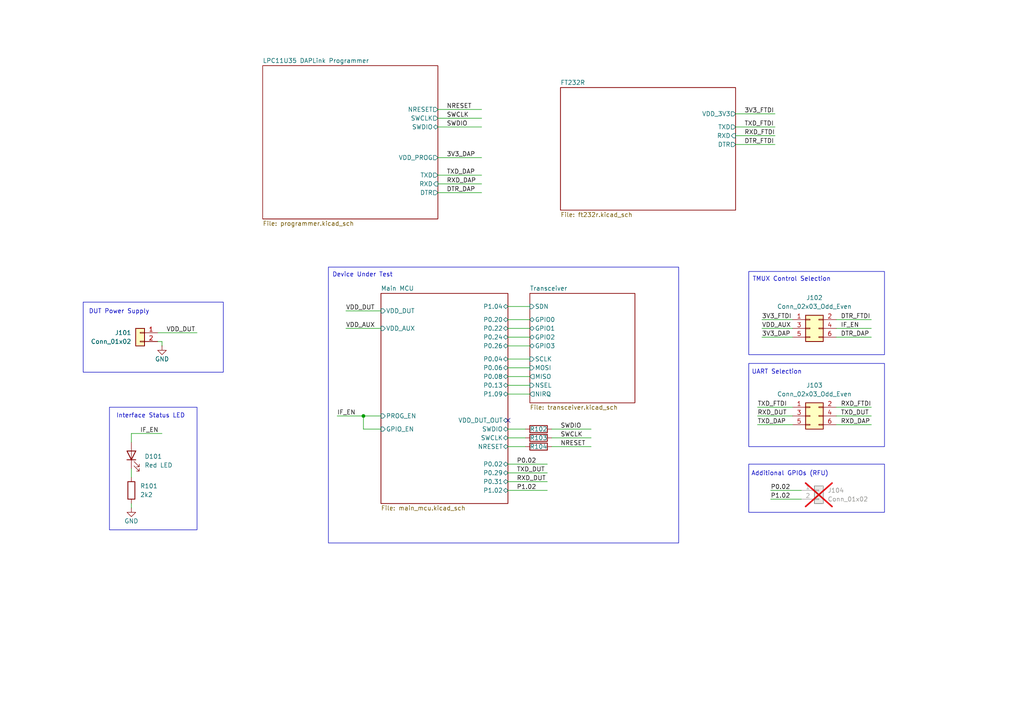
<source format=kicad_sch>
(kicad_sch (version 20231120) (generator "eeschema") (generator_version "8.0")
  (paper "A4")
  (title_block (title "Wake-on-Radio Development Kit") (rev "0.1.0"))
  (lib_symbols
    (symbol "Connector_Generic:Conn_01x02" (pin_names (offset 1.016) hide)
      (property "Reference" "J" (at 0 2.54 0))
      (property "Value" "Conn_01x02" (at 0 -5.08 0))
      (symbol "Conn_01x02_1_1"
        (rectangle (start -1.27 -2.413) (end 0 -2.667) (stroke (width 0.1524)))
        (rectangle (start -1.27 0.127) (end 0 -0.127) (stroke (width 0.1524)))
        (rectangle (start -1.27 1.27) (end 1.27 -3.81) (stroke (width 0.254)) (fill (type background)))
        (pin passive line (at -5.08 0 0) (length 3.81) (name "Pin_1") (number "1"))
        (pin passive line (at -5.08 -2.54 0) (length 3.81) (name "Pin_2") (number "2"))
      )
    )
    (symbol "Connector_Generic:Conn_02x03_Odd_Even" (pin_names (offset 1.016) hide)
      (property "Reference" "J" (at 1.27 5.08 0))
      (property "Value" "Conn_02x03_Odd_Even" (at 1.27 -5.08 0))
      (symbol "Conn_02x03_Odd_Even_1_1"
        (rectangle (start -1.27 -2.413) (end 0 -2.667) (stroke (width 0.1524)))
        (rectangle (start -1.27 0.127) (end 0 -0.127) (stroke (width 0.1524)))
        (rectangle (start -1.27 2.667) (end 0 2.413) (stroke (width 0.1524)))
        (rectangle (start -1.27 3.81) (end 3.81 -3.81) (stroke (width 0.254)) (fill (type background)))
        (rectangle (start 3.81 -2.413) (end 2.54 -2.667) (stroke (width 0.1524)))
        (rectangle (start 3.81 0.127) (end 2.54 -0.127) (stroke (width 0.1524)))
        (rectangle (start 3.81 2.667) (end 2.54 2.413) (stroke (width 0.1524)))
        (pin passive line (at -5.08 2.54 0) (length 3.81) (name "Pin_1") (number "1"))
        (pin passive line (at 7.62 2.54 180) (length 3.81) (name "Pin_2") (number "2"))
        (pin passive line (at -5.08 0 0) (length 3.81) (name "Pin_3") (number "3"))
        (pin passive line (at 7.62 0 180) (length 3.81) (name "Pin_4") (number "4"))
        (pin passive line (at -5.08 -2.54 0) (length 3.81) (name "Pin_5") (number "5"))
        (pin passive line (at 7.62 -2.54 180) (length 3.81) (name "Pin_6") (number "6"))
      )
    )
    (symbol "Device:LED" (pin_numbers hide) (pin_names (offset 1.016) hide)
      (property "Reference" "D" (at 0 2.54 0))
      (property "Value" "LED" (at 0 -2.54 0))
      (symbol "LED_0_1"
        (polyline (pts (xy -1.27 -1.27) (xy -1.27 1.27)) (stroke (width 0.254)))
        (polyline (pts (xy -1.27 0) (xy 1.27 0)))
        (polyline (pts (xy 1.27 -1.27) (xy 1.27 1.27) (xy -1.27 0) (xy 1.27 -1.27)) (stroke (width 0.254)))
        (polyline (pts (xy -3.048 -0.762) (xy -4.572 -2.286) (xy -3.81 -2.286) (xy -4.572 -2.286) (xy -4.572 -1.524)))
        (polyline (pts (xy -1.778 -0.762) (xy -3.302 -2.286) (xy -2.54 -2.286) (xy -3.302 -2.286) (xy -3.302 -1.524)))
      )
      (symbol "LED_1_1"
        (pin passive line (at -3.81 0 0) (length 2.54) (name "K") (number "1"))
        (pin passive line (at 3.81 0 180) (length 2.54) (name "A") (number "2"))
      )
    )
    (symbol "Device:R" (pin_numbers hide) (pin_names (offset 0))
      (property "Reference" "R" (at 2.032 0 90))
      (property "Value" "R" (at 0 0 90))
      (symbol "R_0_1"
        (rectangle (start -1.016 -2.54) (end 1.016 2.54) (stroke (width 0.254)))
      )
      (symbol "R_1_1"
        (pin passive line (at 0 3.81 270) (length 1.27) (name "~") (number "1"))
        (pin passive line (at 0 -3.81 90) (length 1.27) (name "~") (number "2"))
      )
    )
    (symbol "power:GND" (power) (pin_numbers hide) (pin_names (offset 0) hide)
      (property "Value" "GND" (at 0 -3.81 0))
      (symbol "GND_0_1"
        (polyline (pts (xy 0 0) (xy 0 -1.27) (xy 1.27 -1.27) (xy 0 -2.54) (xy -1.27 -1.27) (xy 0 -1.27)))
      )
      (symbol "GND_1_1"
        (pin power_in line (at 0 0 270) (length 0) (name "~") (number "1"))
      )
    )
  )
  (junction (at 105.41 120.65))
  (no_connect (at 147.32 121.92))
  (wire (pts (xy 105.41 124.46) (xy 110.49 124.46)))
  (wire (pts (xy 105.41 120.65) (xy 105.41 124.46)))
  (wire (pts (xy 127 36.83) (xy 139.7 36.83)))
  (wire (pts (xy 147.32 142.24) (xy 158.75 142.24)))
  (wire (pts (xy 38.1 125.73) (xy 46.99 125.73)))
  (wire (pts (xy 147.32 139.7) (xy 158.75 139.7)))
  (wire (pts (xy 220.98 92.71) (xy 229.87 92.71)))
  (wire (pts (xy 219.71 120.65) (xy 229.87 120.65)))
  (wire (pts (xy 127 55.88) (xy 139.7 55.88)))
  (wire (pts (xy 147.32 114.3) (xy 153.67 114.3)))
  (wire (pts (xy 160.02 124.46) (xy 171.45 124.46)))
  (wire (pts (xy 242.57 120.65) (xy 252.73 120.65)))
  (wire (pts (xy 147.32 88.9) (xy 153.67 88.9)))
  (wire (pts (xy 38.1 128.27) (xy 38.1 125.73)))
  (wire (pts (xy 213.36 36.83) (xy 224.79 36.83)))
  (wire (pts (xy 160.02 129.54) (xy 171.45 129.54)))
  (wire (pts (xy 110.49 120.65) (xy 105.41 120.65)))
  (wire (pts (xy 100.33 95.25) (xy 110.49 95.25)))
  (wire (pts (xy 100.33 90.17) (xy 110.49 90.17)))
  (wire (pts (xy 219.71 118.11) (xy 229.87 118.11)))
  (wire (pts (xy 127 50.8) (xy 139.7 50.8)))
  (wire (pts (xy 223.52 142.24) (xy 232.41 142.24)))
  (wire (pts (xy 147.32 124.46) (xy 152.4 124.46)))
  (wire (pts (xy 242.57 95.25) (xy 252.73 95.25)))
  (wire (pts (xy 45.72 96.52) (xy 57.15 96.52)))
  (wire (pts (xy 147.32 111.76) (xy 153.67 111.76)))
  (wire (pts (xy 127 45.72) (xy 139.7 45.72)))
  (wire (pts (xy 147.32 127) (xy 152.4 127)))
  (wire (pts (xy 213.36 41.91) (xy 224.79 41.91)))
  (wire (pts (xy 219.71 123.19) (xy 229.87 123.19)))
  (wire (pts (xy 223.52 144.78) (xy 232.41 144.78)))
  (wire (pts (xy 38.1 146.05) (xy 38.1 147.32)))
  (wire (pts (xy 213.36 39.37) (xy 224.79 39.37)))
  (wire (pts (xy 147.32 129.54) (xy 152.4 129.54)))
  (wire (pts (xy 147.32 134.62) (xy 158.75 134.62)))
  (wire (pts (xy 160.02 127) (xy 171.45 127)))
  (wire (pts (xy 147.32 95.25) (xy 153.67 95.25)))
  (wire (pts (xy 46.99 99.06) (xy 46.99 100.33)))
  (wire (pts (xy 127 53.34) (xy 139.7 53.34)))
  (wire (pts (xy 147.32 100.33) (xy 153.67 100.33)))
  (wire (pts (xy 242.57 118.11) (xy 252.73 118.11)))
  (wire (pts (xy 147.32 109.22) (xy 153.67 109.22)))
  (wire (pts (xy 213.36 33.02) (xy 224.79 33.02)))
  (wire (pts (xy 147.32 137.16) (xy 158.75 137.16)))
  (wire (pts (xy 38.1 135.89) (xy 38.1 138.43)))
  (wire (pts (xy 147.32 92.71) (xy 153.67 92.71)))
  (wire (pts (xy 127 34.29) (xy 139.7 34.29)))
  (wire (pts (xy 220.98 95.25) (xy 229.87 95.25)))
  (wire (pts (xy 242.57 97.79) (xy 252.73 97.79)))
  (wire (pts (xy 147.32 106.68) (xy 153.67 106.68)))
  (wire (pts (xy 242.57 123.19) (xy 252.73 123.19)))
  (wire (pts (xy 45.72 99.06) (xy 46.99 99.06)))
  (wire (pts (xy 147.32 104.14) (xy 153.67 104.14)))
  (wire (pts (xy 127 31.75) (xy 139.7 31.75)))
  (wire (pts (xy 97.79 120.65) (xy 105.41 120.65)))
  (wire (pts (xy 242.57 92.71) (xy 252.73 92.71)))
  (wire (pts (xy 220.98 97.79) (xy 229.87 97.79)))
  (wire (pts (xy 147.32 97.79) (xy 153.67 97.79)))
  (rectangle (start 217.17 134.62) (end 256.54 148.59))
  (rectangle (start 24.13 87.63) (end 64.77 107.95))
  (rectangle (start 95.25 77.47) (end 196.85 157.48))
  (rectangle (start 217.17 105.41) (end 256.54 129.54))
  (rectangle (start 217.17 78.74) (end 256.54 102.87))
  (rectangle (start 31.75 118.11) (end 57.15 153.67))
  (text "Additional GPIOs (RFU)" (at 229.108 137.414 0) (effects (font (size 1.27 1.27))))
  (text "TMUX Control Selection" (at 229.616 81.026 0) (effects (font (size 1.27 1.27))))
  (text "Device Under Test" (at 105.156 79.756 0) (effects (font (size 1.27 1.27))))
  (text "UART Selection" (at 225.298 107.95 0) (effects (font (size 1.27 1.27))))
  (text "Interface Status LED" (at 43.688 120.65 0) (effects (font (size 1.27 1.27))))
  (text "DUT Power Supply" (at 34.544 90.424 0) (effects (font (size 1.27 1.27))))
  (label "IF_EN" (at 97.79 120.65 0))
  (label "TXD_DUT" (at 149.86 137.16 0))
  (label "3V3_FTDI" (at 215.9 33.02 0))
  (label "RXD_FTDI" (at 215.9 39.37 0))
  (label "DTR_DAP" (at 129.54 55.88 0))
  (label "SWDIO" (at 129.54 36.83 0))
  (label "DTR_FTDI" (at 215.9 41.91 0))
  (label "TXD_DAP" (at 219.71 123.19 0))
  (label "TXD_DUT" (at 243.84 120.65 0))
  (label "DTR_FTDI" (at 243.84 92.71 0))
  (label "IF_EN" (at 243.84 95.25 0))
  (label "3V3_DAP" (at 220.98 97.79 0))
  (label "VDD_DUT" (at 48.26 96.52 0))
  (label "3V3_FTDI" (at 220.98 92.71 0))
  (label "RXD_DUT" (at 149.86 139.7 0))
  (label "DTR_DAP" (at 243.84 97.79 0))
  (label "SWCLK" (at 162.56 127 0))
  (label "SWCLK" (at 129.54 34.29 0))
  (label "NRESET" (at 162.56 129.54 0))
  (label "P1.02" (at 223.52 144.78 0))
  (label "3V3_DAP" (at 129.54 45.72 0))
  (label "VDD_DUT" (at 100.33 90.17 0))
  (label "RXD_FTDI" (at 243.84 118.11 0))
  (label "TXD_FTDI" (at 215.9 36.83 0))
  (label "RXD_DAP" (at 129.54 53.34 0))
  (label "P0.02" (at 149.86 134.62 0))
  (label "TXD_FTDI" (at 219.71 118.11 0))
  (label "P1.02" (at 149.86 142.24 0))
  (label "RXD_DUT" (at 219.71 120.65 0))
  (label "IF_EN" (at 40.64 125.73 0))
  (label "SWDIO" (at 162.56 124.46 0))
  (label "RXD_DAP" (at 243.84 123.19 0))
  (label "VDD_AUX" (at 100.33 95.25 0))
  (label "VDD_AUX" (at 220.98 95.25 0))
  (label "TXD_DAP" (at 129.54 50.8 0))
  (label "NRESET" (at 129.54 31.75 0))
  (label "P0.02" (at 223.52 142.24 0))
  (symbol (lib_id "Connector_Generic:Conn_02x03_Odd_Even") (at 234.95 120.65 0) (unit 1)
    (property "Reference" "J103" (at 236.22 111.76 0))
    (property "Value" "Conn_02x03_Odd_Even" (at 236.22 114.3 0))
    (property "Footprint" "Connector_PinHeader_2.54mm:PinHeader_2x03_P2.54mm_Vertical" (effects (hide yes)))
    (property "Datasheet" "https://jlcpcb.com/partdetail/boomele_boom_Precision_elec-2_54_23P/C65114" (effects (hide yes)))
    (property "Description" "Generic connector, double row, 02x03, odd/even pin numbering scheme (row 1 odd numbers, row 2 even numbers), script generated (kicad-library-utils/schlib/autogen/connector/)" (effects (hide yes)))
    (property "LCSC" "C65114" (effects (hide yes)))
    (property "MPN" "2.54-2*3P" (effects (hide yes)))
    (property "Manufacturer" "Boom Precision Elec" (effects (hide yes)))
  )
  (symbol (lib_id "Device:R") (at 156.21 129.54 270) (unit 1)
    (property "Reference" "R104" (at 156.21 129.54 90))
    (property "Value" "0" (effects (hide yes)))
    (property "Footprint" "Resistor_SMD:R_0805_2012Metric" (effects (hide yes)))
    (property "Datasheet" "https://wmsc.lcsc.com/wmsc/upload/file/pdf/v2/lcsc/2206010216_UNI-ROYAL-Uniroyal-Elec-0805W8F0000T5E_C17477.pdf" (effects (hide yes)))
    (property "Description" "25mW Thick Film Resistors 150V ±800ppm/℃ ±1% 0Ω 0805" (effects (hide yes)))
    (property "Comment" "JLCPCB basic part" (effects (hide yes)))
    (property "LCSC" "C17477" (effects (hide yes)))
    (property "MPN" "0805W8F0000T5E" (effects (hide yes)))
    (property "Manufacturer" "Uniroyal Elec" (effects (hide yes)))
  )
  (symbol (lib_id "Device:R") (at 156.21 124.46 270) (unit 1)
    (property "Reference" "R102" (at 156.21 124.46 90))
    (property "Value" "0" (effects (hide yes)))
    (property "Footprint" "Resistor_SMD:R_0805_2012Metric" (effects (hide yes)))
    (property "Datasheet" "https://wmsc.lcsc.com/wmsc/upload/file/pdf/v2/lcsc/2206010216_UNI-ROYAL-Uniroyal-Elec-0805W8F0000T5E_C17477.pdf" (effects (hide yes)))
    (property "Description" "25mW Thick Film Resistors 150V ±800ppm/℃ ±1% 0Ω 0805" (effects (hide yes)))
    (property "Comment" "JLCPCB basic part" (effects (hide yes)))
    (property "LCSC" "C17477" (effects (hide yes)))
    (property "MPN" "0805W8F0000T5E" (effects (hide yes)))
    (property "Manufacturer" "Uniroyal Elec" (effects (hide yes)))
  )
  (symbol (lib_id "Connector_Generic:Conn_01x02") (at 40.64 96.52 0) (mirror y) (unit 1)
    (property "Reference" "J101" (at 38.1 96.5199 0) (effects (justify left)))
    (property "Value" "Conn_01x02" (at 38.1 99.0599 0) (effects (justify left)))
    (property "Footprint" "Connector_PinHeader_2.54mm:PinHeader_1x02_P2.54mm_Horizontal" (effects (hide yes)))
    (property "Datasheet" "https://wmsc.lcsc.com/wmsc/upload/file/pdf/v2/lcsc/2003191006_XFCN-PZ254R-11-02P_C492410.pdf" (effects (hide yes)))
    (property "Description" "Generic connector, single row, 01x02, script generated (kicad-library-utils/schlib/autogen/connector/)" (effects (hide yes)))
    (property "LCSC" "C492410" (effects (hide yes)))
    (property "MPN" "PZ254R-11-02P" (effects (hide yes)))
    (property "Manufacturer" "XFCN" (effects (hide yes)))
  )
  (symbol (lib_id "power:GND") (at 46.99 100.33 0) (unit 1)
    (property "Reference" "#PWR0114" (effects (hide yes)))
    (property "Value" "GND" (at 46.99 104.14 0))
    (property "Description" "Power symbol creates a global label with name \"GND\" , ground" (effects (hide yes)))
  )
  (symbol (lib_id "Connector_Generic:Conn_02x03_Odd_Even") (at 234.95 95.25 0) (unit 1)
    (property "Reference" "J102" (at 236.22 86.36 0))
    (property "Value" "Conn_02x03_Odd_Even" (at 236.22 88.9 0))
    (property "Footprint" "Connector_PinHeader_2.54mm:PinHeader_2x03_P2.54mm_Vertical" (effects (hide yes)))
    (property "Datasheet" "https://jlcpcb.com/partdetail/boomele_boom_Precision_elec-2_54_23P/C65114" (effects (hide yes)))
    (property "Description" "Generic connector, double row, 02x03, odd/even pin numbering scheme (row 1 odd numbers, row 2 even numbers), script generated (kicad-library-utils/schlib/autogen/connector/)" (effects (hide yes)))
    (property "LCSC" "C65114" (effects (hide yes)))
    (property "MPN" "2.54-2*3P" (effects (hide yes)))
    (property "Manufacturer" "Boom Precision Elec" (effects (hide yes)))
  )
  (symbol (lib_id "power:GND") (at 38.1 147.32 0) (unit 1)
    (property "Reference" "#PWR0113" (effects (hide yes)))
    (property "Value" "GND" (at 38.1 151.13 0))
    (property "Description" "Power symbol creates a global label with name \"GND\" , ground" (effects (hide yes)))
  )
  (symbol (lib_id "Connector_Generic:Conn_01x02") (at 237.49 142.24 0) (unit 1) (dnp yes)
    (property "Reference" "J104" (at 240.03 142.2399 0) (effects (justify left)))
    (property "Value" "Conn_01x02" (at 240.03 144.7799 0) (effects (justify left)))
    (property "Footprint" "Connector_PinHeader_2.54mm:PinHeader_1x02_P2.54mm_Vertical" (effects (hide yes)))
    (property "Datasheet" "https://wmsc.lcsc.com/wmsc/upload/file/pdf/v2/lcsc/2110191530_Shenzhen-Kinghelm-Elec-KH-2-54PH180-1X2P-L11-5_C2905434.pdf" (effects (hide yes)))
    (property "Description" "Generic connector, single row, 01x02, script generated (kicad-library-utils/schlib/autogen/connector/)" (effects (hide yes)))
    (property "LCSC" "C2905434" (effects (hide yes)))
    (property "MPN" "KH-2.54PH180-1X2P-L11.5" (effects (hide yes)))
    (property "Manufacturer" "Shenzhen Kinghelm Elec" (effects (hide yes)))
  )
  (symbol (lib_id "Device:LED") (at 38.1 132.08 90) (unit 1)
    (property "Reference" "D101" (at 41.91 132.3974 90) (effects (justify right)))
    (property "Value" "Red LED" (at 41.91 134.9374 90) (effects (justify right)))
    (property "Footprint" "LED_SMD:LED_0805_2012Metric" (effects (hide yes)))
    (property "Datasheet" "https://datasheet.lcsc.com/lcsc/2008201032_Foshan-NationStar-Optoelectronics-NCD0805R1_C84256.pdf" (effects (hide yes)))
    (property "Description" "25mA Colorless transparent lens 67mcd~195mcd -30℃~+85℃ 615nm~630nm Individual diode Red 130° 65mW 1.6V~2.6V 0805 LED Indication - Discrete ROHS" (effects (hide yes)))
    (property "Comment" "Interface active LED; JLCPCB basic part" (effects (hide yes)))
    (property "LCSC" "C84256" (effects (hide yes)))
    (property "Manufacturer" "Foshan NationStar Optoelectronics" (effects (hide yes)))
    (property "Part Number" "NCD0805R1" (effects (hide yes)))
    (property "MPN" "NCD0805R1" (effects (hide yes)))
  )
  (symbol (lib_id "Device:R") (at 156.21 127 270) (unit 1)
    (property "Reference" "R103" (at 156.21 127 90))
    (property "Value" "0" (effects (hide yes)))
    (property "Footprint" "Resistor_SMD:R_0805_2012Metric" (effects (hide yes)))
    (property "Datasheet" "https://wmsc.lcsc.com/wmsc/upload/file/pdf/v2/lcsc/2206010216_UNI-ROYAL-Uniroyal-Elec-0805W8F0000T5E_C17477.pdf" (effects (hide yes)))
    (property "Description" "25mW Thick Film Resistors 150V ±800ppm/℃ ±1% 0Ω 0805" (effects (hide yes)))
    (property "Comment" "JLCPCB basic part" (effects (hide yes)))
    (property "LCSC" "C17477" (effects (hide yes)))
    (property "MPN" "0805W8F0000T5E" (effects (hide yes)))
    (property "Manufacturer" "Uniroyal Elec" (effects (hide yes)))
  )
  (symbol (lib_id "Device:R") (at 38.1 142.24 0) (unit 1)
    (property "Reference" "R101" (at 40.64 140.9699 0) (effects (justify left)))
    (property "Value" "2k2" (at 40.64 143.5099 0) (effects (justify left)))
    (property "Footprint" "Resistor_SMD:R_0402_1005Metric" (effects (hide yes)))
    (property "Datasheet" "https://datasheet.lcsc.com/lcsc/2206010045_UNI-ROYAL-Uniroyal-Elec-0402WGF2201TCE_C25879.pdf" (effects (hide yes)))
    (property "Description" "62.5mW Thick Film Resistors 50V ±100ppm/℃ ±1% -55℃~+155℃ 2.2kΩ 0402 Chip Resistor" (effects (hide yes)))
    (property "Comment" "JLCPCB basic part" (effects (hide yes)))
    (property "LCSC" "C25879" (effects (hide yes)))
    (property "Manufacturer" "Uniroyal Elec" (effects (hide yes)))
    (property "Part Number" "0402WGF2201TCE" (effects (hide yes)))
    (property "MPN" "0402WGF2201TCE" (effects (hide yes)))
  )
  (sheet (at 153.67 85.09) (size 30.48 31.75) (stroke (width 0.1524))
    (property "Sheetname" "Transceiver" (at 153.67 84.3784 0) (effects (justify left bottom)))
    (property "Sheetfile" "transceiver.kicad_sch" (at 153.67 117.4246 0) (effects (justify left top)))
    (pin "GPIO2" bidirectional (at 153.67 97.79 180))
    (pin "GPIO0" bidirectional (at 153.67 92.71 180))
    (pin "GPIO3" bidirectional (at 153.67 100.33 180))
    (pin "GPIO1" bidirectional (at 153.67 95.25 180))
    (pin "SDN" input (at 153.67 88.9 180))
    (pin "NIRQ" output (at 153.67 114.3 180))
    (pin "NSEL" input (at 153.67 111.76 180))
    (pin "MISO" output (at 153.67 109.22 180))
    (pin "MOSI" input (at 153.67 106.68 180))
    (pin "SCLK" input (at 153.67 104.14 180))
  )
  (sheet (at 162.56 25.4) (size 50.8 35.56) (stroke (width 0.1524))
    (property "Sheetname" "FT232R" (at 162.56 24.6884 0) (effects (justify left bottom)))
    (property "Sheetfile" "ft232r.kicad_sch" (at 162.56 61.5446 0) (effects (justify left top)))
    (pin "TXD" output (at 213.36 36.83 0))
    (pin "RXD" input (at 213.36 39.37 0))
    (pin "DTR" output (at 213.36 41.91 0))
    (pin "VDD_3V3" output (at 213.36 33.02 0))
  )
  (sheet (at 76.2 19.05) (size 50.8 44.45) (stroke (width 0.1524))
    (property "Sheetname" "LPC11U35 DAPLink Programmer" (at 76.2 18.3384 0) (effects (justify left bottom)))
    (property "Sheetfile" "programmer.kicad_sch" (at 76.2 64.0846 0) (effects (justify left top)))
    (pin "NRESET" output (at 127 31.75 0))
    (pin "DTR" output (at 127 55.88 0))
    (pin "SWDIO" bidirectional (at 127 36.83 0))
    (pin "TXD" output (at 127 50.8 0))
    (pin "RXD" input (at 127 53.34 0))
    (pin "SWCLK" output (at 127 34.29 0))
    (pin "VDD_PROG" output (at 127 45.72 0))
  )
  (sheet (at 110.49 85.09) (size 36.83 60.96) (stroke (width 0.1524))
    (property "Sheetname" "Main MCU" (at 110.49 84.3784 0) (effects (justify left bottom)))
    (property "Sheetfile" "main_mcu.kicad_sch" (at 110.49 146.6346 0) (effects (justify left top)))
    (pin "P1.09" bidirectional (at 147.32 114.3 0))
    (pin "P1.04" bidirectional (at 147.32 88.9 0))
    (pin "P0.26" bidirectional (at 147.32 100.33 0))
    (pin "P0.13" bidirectional (at 147.32 111.76 0))
    (pin "P0.24" bidirectional (at 147.32 97.79 0))
    (pin "P0.22" bidirectional (at 147.32 95.25 0))
    (pin "P0.20" bidirectional (at 147.32 92.71 0))
    (pin "P0.08" bidirectional (at 147.32 109.22 0))
    (pin "P0.06" bidirectional (at 147.32 106.68 0))
    (pin "P0.04" bidirectional (at 147.32 104.14 0))
    (pin "VDD_AUX" input (at 110.49 95.25 180))
    (pin "PROG_EN" input (at 110.49 120.65 180))
    (pin "GPIO_EN" input (at 110.49 124.46 180))
    (pin "P1.02" tri_state (at 147.32 142.24 0))
    (pin "P0.31" tri_state (at 147.32 139.7 0))
    (pin "P0.29" tri_state (at 147.32 137.16 0))
    (pin "P0.02" tri_state (at 147.32 134.62 0))
    (pin "SWDIO" tri_state (at 147.32 124.46 0))
    (pin "VDD_DUT" input (at 110.49 90.17 180))
    (pin "NRESET" tri_state (at 147.32 129.54 0))
    (pin "SWCLK" tri_state (at 147.32 127 0))
    (pin "VDD_DUT_OUT" tri_state (at 147.32 121.92 0))
  )
)
</source>
